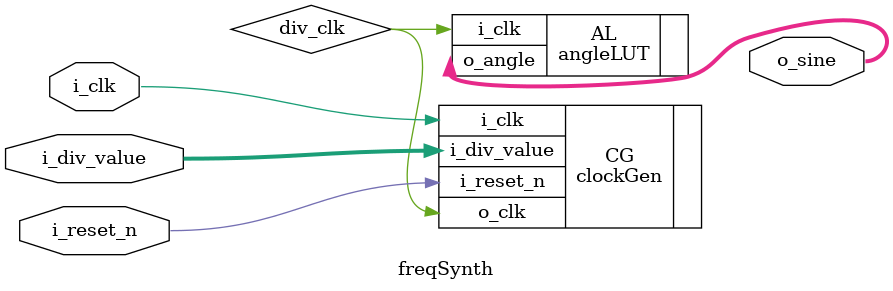
<source format=v>
`timescale 1ns / 1ps


module freqSynth(
input         i_clk,
input         i_reset_n,
input  [31:0] i_div_value, 
output [11:0] o_sine    
);

wire div_clk;

clockGen CG(
.i_clk(i_clk),
.i_reset_n(i_reset_n),
.o_clk(div_clk),
.i_div_value(i_div_value)
);

   
angleLUT #(.ampScale(1),.stepSize(1),.phase(0)) AL (
.i_clk(div_clk),
.o_angle(o_sine)
);    
     
endmodule
</source>
